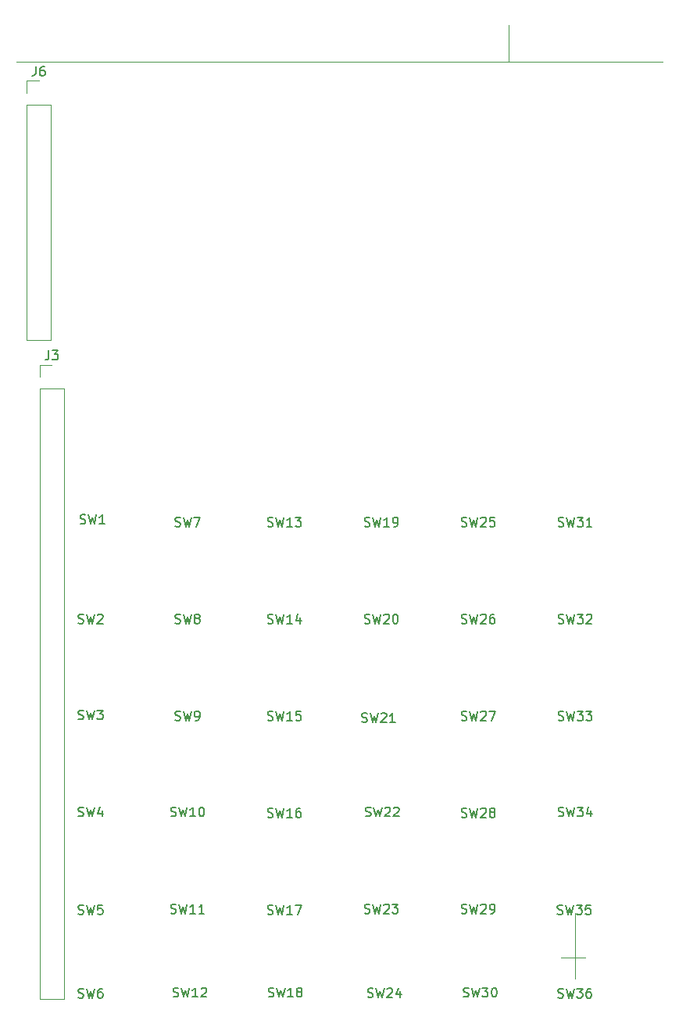
<source format=gbr>
G04 #@! TF.GenerationSoftware,KiCad,Pcbnew,5.1.5+dfsg1-2build2*
G04 #@! TF.CreationDate,2021-12-28T07:58:18+00:00*
G04 #@! TF.ProjectId,psion-org2-main,7073696f-6e2d-46f7-9267-322d6d61696e,rev?*
G04 #@! TF.SameCoordinates,Original*
G04 #@! TF.FileFunction,Legend,Top*
G04 #@! TF.FilePolarity,Positive*
%FSLAX46Y46*%
G04 Gerber Fmt 4.6, Leading zero omitted, Abs format (unit mm)*
G04 Created by KiCad (PCBNEW 5.1.5+dfsg1-2build2) date 2021-12-28 07:58:18*
%MOMM*%
%LPD*%
G04 APERTURE LIST*
%ADD10C,0.120000*%
%ADD11C,0.150000*%
G04 APERTURE END LIST*
D10*
X191600000Y-59700000D02*
X138300000Y-59700000D01*
X191600000Y-59700000D02*
X208300000Y-59700000D01*
X191600000Y-55700000D02*
X191600000Y-59700000D01*
X199900000Y-156700000D02*
X197300000Y-156700000D01*
X198800000Y-159000000D02*
X198800000Y-151900000D01*
X198800000Y-155100000D02*
X198800000Y-159000000D01*
X140770000Y-92530000D02*
X142100000Y-92530000D01*
X140770000Y-93860000D02*
X140770000Y-92530000D01*
X140770000Y-95130000D02*
X143430000Y-95130000D01*
X143430000Y-95130000D02*
X143430000Y-161230000D01*
X140770000Y-95130000D02*
X140770000Y-161230000D01*
X140770000Y-161230000D02*
X143430000Y-161230000D01*
X139370000Y-61770000D02*
X140700000Y-61770000D01*
X139370000Y-63100000D02*
X139370000Y-61770000D01*
X139370000Y-64370000D02*
X142030000Y-64370000D01*
X142030000Y-64370000D02*
X142030000Y-89830000D01*
X139370000Y-64370000D02*
X139370000Y-89830000D01*
X139370000Y-89830000D02*
X142030000Y-89830000D01*
D11*
X141766666Y-90982380D02*
X141766666Y-91696666D01*
X141719047Y-91839523D01*
X141623809Y-91934761D01*
X141480952Y-91982380D01*
X141385714Y-91982380D01*
X142147619Y-90982380D02*
X142766666Y-90982380D01*
X142433333Y-91363333D01*
X142576190Y-91363333D01*
X142671428Y-91410952D01*
X142719047Y-91458571D01*
X142766666Y-91553809D01*
X142766666Y-91791904D01*
X142719047Y-91887142D01*
X142671428Y-91934761D01*
X142576190Y-91982380D01*
X142290476Y-91982380D01*
X142195238Y-91934761D01*
X142147619Y-91887142D01*
X140366666Y-60222380D02*
X140366666Y-60936666D01*
X140319047Y-61079523D01*
X140223809Y-61174761D01*
X140080952Y-61222380D01*
X139985714Y-61222380D01*
X141271428Y-60222380D02*
X141080952Y-60222380D01*
X140985714Y-60270000D01*
X140938095Y-60317619D01*
X140842857Y-60460476D01*
X140795238Y-60650952D01*
X140795238Y-61031904D01*
X140842857Y-61127142D01*
X140890476Y-61174761D01*
X140985714Y-61222380D01*
X141176190Y-61222380D01*
X141271428Y-61174761D01*
X141319047Y-61127142D01*
X141366666Y-61031904D01*
X141366666Y-60793809D01*
X141319047Y-60698571D01*
X141271428Y-60650952D01*
X141176190Y-60603333D01*
X140985714Y-60603333D01*
X140890476Y-60650952D01*
X140842857Y-60698571D01*
X140795238Y-60793809D01*
X196990476Y-110004761D02*
X197133333Y-110052380D01*
X197371428Y-110052380D01*
X197466666Y-110004761D01*
X197514285Y-109957142D01*
X197561904Y-109861904D01*
X197561904Y-109766666D01*
X197514285Y-109671428D01*
X197466666Y-109623809D01*
X197371428Y-109576190D01*
X197180952Y-109528571D01*
X197085714Y-109480952D01*
X197038095Y-109433333D01*
X196990476Y-109338095D01*
X196990476Y-109242857D01*
X197038095Y-109147619D01*
X197085714Y-109100000D01*
X197180952Y-109052380D01*
X197419047Y-109052380D01*
X197561904Y-109100000D01*
X197895238Y-109052380D02*
X198133333Y-110052380D01*
X198323809Y-109338095D01*
X198514285Y-110052380D01*
X198752380Y-109052380D01*
X199038095Y-109052380D02*
X199657142Y-109052380D01*
X199323809Y-109433333D01*
X199466666Y-109433333D01*
X199561904Y-109480952D01*
X199609523Y-109528571D01*
X199657142Y-109623809D01*
X199657142Y-109861904D01*
X199609523Y-109957142D01*
X199561904Y-110004761D01*
X199466666Y-110052380D01*
X199180952Y-110052380D01*
X199085714Y-110004761D01*
X199038095Y-109957142D01*
X200609523Y-110052380D02*
X200038095Y-110052380D01*
X200323809Y-110052380D02*
X200323809Y-109052380D01*
X200228571Y-109195238D01*
X200133333Y-109290476D01*
X200038095Y-109338095D01*
X196940476Y-161054761D02*
X197083333Y-161102380D01*
X197321428Y-161102380D01*
X197416666Y-161054761D01*
X197464285Y-161007142D01*
X197511904Y-160911904D01*
X197511904Y-160816666D01*
X197464285Y-160721428D01*
X197416666Y-160673809D01*
X197321428Y-160626190D01*
X197130952Y-160578571D01*
X197035714Y-160530952D01*
X196988095Y-160483333D01*
X196940476Y-160388095D01*
X196940476Y-160292857D01*
X196988095Y-160197619D01*
X197035714Y-160150000D01*
X197130952Y-160102380D01*
X197369047Y-160102380D01*
X197511904Y-160150000D01*
X197845238Y-160102380D02*
X198083333Y-161102380D01*
X198273809Y-160388095D01*
X198464285Y-161102380D01*
X198702380Y-160102380D01*
X198988095Y-160102380D02*
X199607142Y-160102380D01*
X199273809Y-160483333D01*
X199416666Y-160483333D01*
X199511904Y-160530952D01*
X199559523Y-160578571D01*
X199607142Y-160673809D01*
X199607142Y-160911904D01*
X199559523Y-161007142D01*
X199511904Y-161054761D01*
X199416666Y-161102380D01*
X199130952Y-161102380D01*
X199035714Y-161054761D01*
X198988095Y-161007142D01*
X200464285Y-160102380D02*
X200273809Y-160102380D01*
X200178571Y-160150000D01*
X200130952Y-160197619D01*
X200035714Y-160340476D01*
X199988095Y-160530952D01*
X199988095Y-160911904D01*
X200035714Y-161007142D01*
X200083333Y-161054761D01*
X200178571Y-161102380D01*
X200369047Y-161102380D01*
X200464285Y-161054761D01*
X200511904Y-161007142D01*
X200559523Y-160911904D01*
X200559523Y-160673809D01*
X200511904Y-160578571D01*
X200464285Y-160530952D01*
X200369047Y-160483333D01*
X200178571Y-160483333D01*
X200083333Y-160530952D01*
X200035714Y-160578571D01*
X199988095Y-160673809D01*
X196890476Y-152004761D02*
X197033333Y-152052380D01*
X197271428Y-152052380D01*
X197366666Y-152004761D01*
X197414285Y-151957142D01*
X197461904Y-151861904D01*
X197461904Y-151766666D01*
X197414285Y-151671428D01*
X197366666Y-151623809D01*
X197271428Y-151576190D01*
X197080952Y-151528571D01*
X196985714Y-151480952D01*
X196938095Y-151433333D01*
X196890476Y-151338095D01*
X196890476Y-151242857D01*
X196938095Y-151147619D01*
X196985714Y-151100000D01*
X197080952Y-151052380D01*
X197319047Y-151052380D01*
X197461904Y-151100000D01*
X197795238Y-151052380D02*
X198033333Y-152052380D01*
X198223809Y-151338095D01*
X198414285Y-152052380D01*
X198652380Y-151052380D01*
X198938095Y-151052380D02*
X199557142Y-151052380D01*
X199223809Y-151433333D01*
X199366666Y-151433333D01*
X199461904Y-151480952D01*
X199509523Y-151528571D01*
X199557142Y-151623809D01*
X199557142Y-151861904D01*
X199509523Y-151957142D01*
X199461904Y-152004761D01*
X199366666Y-152052380D01*
X199080952Y-152052380D01*
X198985714Y-152004761D01*
X198938095Y-151957142D01*
X200461904Y-151052380D02*
X199985714Y-151052380D01*
X199938095Y-151528571D01*
X199985714Y-151480952D01*
X200080952Y-151433333D01*
X200319047Y-151433333D01*
X200414285Y-151480952D01*
X200461904Y-151528571D01*
X200509523Y-151623809D01*
X200509523Y-151861904D01*
X200461904Y-151957142D01*
X200414285Y-152004761D01*
X200319047Y-152052380D01*
X200080952Y-152052380D01*
X199985714Y-152004761D01*
X199938095Y-151957142D01*
X196990476Y-141404761D02*
X197133333Y-141452380D01*
X197371428Y-141452380D01*
X197466666Y-141404761D01*
X197514285Y-141357142D01*
X197561904Y-141261904D01*
X197561904Y-141166666D01*
X197514285Y-141071428D01*
X197466666Y-141023809D01*
X197371428Y-140976190D01*
X197180952Y-140928571D01*
X197085714Y-140880952D01*
X197038095Y-140833333D01*
X196990476Y-140738095D01*
X196990476Y-140642857D01*
X197038095Y-140547619D01*
X197085714Y-140500000D01*
X197180952Y-140452380D01*
X197419047Y-140452380D01*
X197561904Y-140500000D01*
X197895238Y-140452380D02*
X198133333Y-141452380D01*
X198323809Y-140738095D01*
X198514285Y-141452380D01*
X198752380Y-140452380D01*
X199038095Y-140452380D02*
X199657142Y-140452380D01*
X199323809Y-140833333D01*
X199466666Y-140833333D01*
X199561904Y-140880952D01*
X199609523Y-140928571D01*
X199657142Y-141023809D01*
X199657142Y-141261904D01*
X199609523Y-141357142D01*
X199561904Y-141404761D01*
X199466666Y-141452380D01*
X199180952Y-141452380D01*
X199085714Y-141404761D01*
X199038095Y-141357142D01*
X200514285Y-140785714D02*
X200514285Y-141452380D01*
X200276190Y-140404761D02*
X200038095Y-141119047D01*
X200657142Y-141119047D01*
X196990476Y-131004761D02*
X197133333Y-131052380D01*
X197371428Y-131052380D01*
X197466666Y-131004761D01*
X197514285Y-130957142D01*
X197561904Y-130861904D01*
X197561904Y-130766666D01*
X197514285Y-130671428D01*
X197466666Y-130623809D01*
X197371428Y-130576190D01*
X197180952Y-130528571D01*
X197085714Y-130480952D01*
X197038095Y-130433333D01*
X196990476Y-130338095D01*
X196990476Y-130242857D01*
X197038095Y-130147619D01*
X197085714Y-130100000D01*
X197180952Y-130052380D01*
X197419047Y-130052380D01*
X197561904Y-130100000D01*
X197895238Y-130052380D02*
X198133333Y-131052380D01*
X198323809Y-130338095D01*
X198514285Y-131052380D01*
X198752380Y-130052380D01*
X199038095Y-130052380D02*
X199657142Y-130052380D01*
X199323809Y-130433333D01*
X199466666Y-130433333D01*
X199561904Y-130480952D01*
X199609523Y-130528571D01*
X199657142Y-130623809D01*
X199657142Y-130861904D01*
X199609523Y-130957142D01*
X199561904Y-131004761D01*
X199466666Y-131052380D01*
X199180952Y-131052380D01*
X199085714Y-131004761D01*
X199038095Y-130957142D01*
X199990476Y-130052380D02*
X200609523Y-130052380D01*
X200276190Y-130433333D01*
X200419047Y-130433333D01*
X200514285Y-130480952D01*
X200561904Y-130528571D01*
X200609523Y-130623809D01*
X200609523Y-130861904D01*
X200561904Y-130957142D01*
X200514285Y-131004761D01*
X200419047Y-131052380D01*
X200133333Y-131052380D01*
X200038095Y-131004761D01*
X199990476Y-130957142D01*
X196990476Y-120504761D02*
X197133333Y-120552380D01*
X197371428Y-120552380D01*
X197466666Y-120504761D01*
X197514285Y-120457142D01*
X197561904Y-120361904D01*
X197561904Y-120266666D01*
X197514285Y-120171428D01*
X197466666Y-120123809D01*
X197371428Y-120076190D01*
X197180952Y-120028571D01*
X197085714Y-119980952D01*
X197038095Y-119933333D01*
X196990476Y-119838095D01*
X196990476Y-119742857D01*
X197038095Y-119647619D01*
X197085714Y-119600000D01*
X197180952Y-119552380D01*
X197419047Y-119552380D01*
X197561904Y-119600000D01*
X197895238Y-119552380D02*
X198133333Y-120552380D01*
X198323809Y-119838095D01*
X198514285Y-120552380D01*
X198752380Y-119552380D01*
X199038095Y-119552380D02*
X199657142Y-119552380D01*
X199323809Y-119933333D01*
X199466666Y-119933333D01*
X199561904Y-119980952D01*
X199609523Y-120028571D01*
X199657142Y-120123809D01*
X199657142Y-120361904D01*
X199609523Y-120457142D01*
X199561904Y-120504761D01*
X199466666Y-120552380D01*
X199180952Y-120552380D01*
X199085714Y-120504761D01*
X199038095Y-120457142D01*
X200038095Y-119647619D02*
X200085714Y-119600000D01*
X200180952Y-119552380D01*
X200419047Y-119552380D01*
X200514285Y-119600000D01*
X200561904Y-119647619D01*
X200609523Y-119742857D01*
X200609523Y-119838095D01*
X200561904Y-119980952D01*
X199990476Y-120552380D01*
X200609523Y-120552380D01*
X186690476Y-160954761D02*
X186833333Y-161002380D01*
X187071428Y-161002380D01*
X187166666Y-160954761D01*
X187214285Y-160907142D01*
X187261904Y-160811904D01*
X187261904Y-160716666D01*
X187214285Y-160621428D01*
X187166666Y-160573809D01*
X187071428Y-160526190D01*
X186880952Y-160478571D01*
X186785714Y-160430952D01*
X186738095Y-160383333D01*
X186690476Y-160288095D01*
X186690476Y-160192857D01*
X186738095Y-160097619D01*
X186785714Y-160050000D01*
X186880952Y-160002380D01*
X187119047Y-160002380D01*
X187261904Y-160050000D01*
X187595238Y-160002380D02*
X187833333Y-161002380D01*
X188023809Y-160288095D01*
X188214285Y-161002380D01*
X188452380Y-160002380D01*
X188738095Y-160002380D02*
X189357142Y-160002380D01*
X189023809Y-160383333D01*
X189166666Y-160383333D01*
X189261904Y-160430952D01*
X189309523Y-160478571D01*
X189357142Y-160573809D01*
X189357142Y-160811904D01*
X189309523Y-160907142D01*
X189261904Y-160954761D01*
X189166666Y-161002380D01*
X188880952Y-161002380D01*
X188785714Y-160954761D01*
X188738095Y-160907142D01*
X189976190Y-160002380D02*
X190071428Y-160002380D01*
X190166666Y-160050000D01*
X190214285Y-160097619D01*
X190261904Y-160192857D01*
X190309523Y-160383333D01*
X190309523Y-160621428D01*
X190261904Y-160811904D01*
X190214285Y-160907142D01*
X190166666Y-160954761D01*
X190071428Y-161002380D01*
X189976190Y-161002380D01*
X189880952Y-160954761D01*
X189833333Y-160907142D01*
X189785714Y-160811904D01*
X189738095Y-160621428D01*
X189738095Y-160383333D01*
X189785714Y-160192857D01*
X189833333Y-160097619D01*
X189880952Y-160050000D01*
X189976190Y-160002380D01*
X186490476Y-151904761D02*
X186633333Y-151952380D01*
X186871428Y-151952380D01*
X186966666Y-151904761D01*
X187014285Y-151857142D01*
X187061904Y-151761904D01*
X187061904Y-151666666D01*
X187014285Y-151571428D01*
X186966666Y-151523809D01*
X186871428Y-151476190D01*
X186680952Y-151428571D01*
X186585714Y-151380952D01*
X186538095Y-151333333D01*
X186490476Y-151238095D01*
X186490476Y-151142857D01*
X186538095Y-151047619D01*
X186585714Y-151000000D01*
X186680952Y-150952380D01*
X186919047Y-150952380D01*
X187061904Y-151000000D01*
X187395238Y-150952380D02*
X187633333Y-151952380D01*
X187823809Y-151238095D01*
X188014285Y-151952380D01*
X188252380Y-150952380D01*
X188585714Y-151047619D02*
X188633333Y-151000000D01*
X188728571Y-150952380D01*
X188966666Y-150952380D01*
X189061904Y-151000000D01*
X189109523Y-151047619D01*
X189157142Y-151142857D01*
X189157142Y-151238095D01*
X189109523Y-151380952D01*
X188538095Y-151952380D01*
X189157142Y-151952380D01*
X189633333Y-151952380D02*
X189823809Y-151952380D01*
X189919047Y-151904761D01*
X189966666Y-151857142D01*
X190061904Y-151714285D01*
X190109523Y-151523809D01*
X190109523Y-151142857D01*
X190061904Y-151047619D01*
X190014285Y-151000000D01*
X189919047Y-150952380D01*
X189728571Y-150952380D01*
X189633333Y-151000000D01*
X189585714Y-151047619D01*
X189538095Y-151142857D01*
X189538095Y-151380952D01*
X189585714Y-151476190D01*
X189633333Y-151523809D01*
X189728571Y-151571428D01*
X189919047Y-151571428D01*
X190014285Y-151523809D01*
X190061904Y-151476190D01*
X190109523Y-151380952D01*
X186490476Y-141504761D02*
X186633333Y-141552380D01*
X186871428Y-141552380D01*
X186966666Y-141504761D01*
X187014285Y-141457142D01*
X187061904Y-141361904D01*
X187061904Y-141266666D01*
X187014285Y-141171428D01*
X186966666Y-141123809D01*
X186871428Y-141076190D01*
X186680952Y-141028571D01*
X186585714Y-140980952D01*
X186538095Y-140933333D01*
X186490476Y-140838095D01*
X186490476Y-140742857D01*
X186538095Y-140647619D01*
X186585714Y-140600000D01*
X186680952Y-140552380D01*
X186919047Y-140552380D01*
X187061904Y-140600000D01*
X187395238Y-140552380D02*
X187633333Y-141552380D01*
X187823809Y-140838095D01*
X188014285Y-141552380D01*
X188252380Y-140552380D01*
X188585714Y-140647619D02*
X188633333Y-140600000D01*
X188728571Y-140552380D01*
X188966666Y-140552380D01*
X189061904Y-140600000D01*
X189109523Y-140647619D01*
X189157142Y-140742857D01*
X189157142Y-140838095D01*
X189109523Y-140980952D01*
X188538095Y-141552380D01*
X189157142Y-141552380D01*
X189728571Y-140980952D02*
X189633333Y-140933333D01*
X189585714Y-140885714D01*
X189538095Y-140790476D01*
X189538095Y-140742857D01*
X189585714Y-140647619D01*
X189633333Y-140600000D01*
X189728571Y-140552380D01*
X189919047Y-140552380D01*
X190014285Y-140600000D01*
X190061904Y-140647619D01*
X190109523Y-140742857D01*
X190109523Y-140790476D01*
X190061904Y-140885714D01*
X190014285Y-140933333D01*
X189919047Y-140980952D01*
X189728571Y-140980952D01*
X189633333Y-141028571D01*
X189585714Y-141076190D01*
X189538095Y-141171428D01*
X189538095Y-141361904D01*
X189585714Y-141457142D01*
X189633333Y-141504761D01*
X189728571Y-141552380D01*
X189919047Y-141552380D01*
X190014285Y-141504761D01*
X190061904Y-141457142D01*
X190109523Y-141361904D01*
X190109523Y-141171428D01*
X190061904Y-141076190D01*
X190014285Y-141028571D01*
X189919047Y-140980952D01*
X186490476Y-131004761D02*
X186633333Y-131052380D01*
X186871428Y-131052380D01*
X186966666Y-131004761D01*
X187014285Y-130957142D01*
X187061904Y-130861904D01*
X187061904Y-130766666D01*
X187014285Y-130671428D01*
X186966666Y-130623809D01*
X186871428Y-130576190D01*
X186680952Y-130528571D01*
X186585714Y-130480952D01*
X186538095Y-130433333D01*
X186490476Y-130338095D01*
X186490476Y-130242857D01*
X186538095Y-130147619D01*
X186585714Y-130100000D01*
X186680952Y-130052380D01*
X186919047Y-130052380D01*
X187061904Y-130100000D01*
X187395238Y-130052380D02*
X187633333Y-131052380D01*
X187823809Y-130338095D01*
X188014285Y-131052380D01*
X188252380Y-130052380D01*
X188585714Y-130147619D02*
X188633333Y-130100000D01*
X188728571Y-130052380D01*
X188966666Y-130052380D01*
X189061904Y-130100000D01*
X189109523Y-130147619D01*
X189157142Y-130242857D01*
X189157142Y-130338095D01*
X189109523Y-130480952D01*
X188538095Y-131052380D01*
X189157142Y-131052380D01*
X189490476Y-130052380D02*
X190157142Y-130052380D01*
X189728571Y-131052380D01*
X186490476Y-120504761D02*
X186633333Y-120552380D01*
X186871428Y-120552380D01*
X186966666Y-120504761D01*
X187014285Y-120457142D01*
X187061904Y-120361904D01*
X187061904Y-120266666D01*
X187014285Y-120171428D01*
X186966666Y-120123809D01*
X186871428Y-120076190D01*
X186680952Y-120028571D01*
X186585714Y-119980952D01*
X186538095Y-119933333D01*
X186490476Y-119838095D01*
X186490476Y-119742857D01*
X186538095Y-119647619D01*
X186585714Y-119600000D01*
X186680952Y-119552380D01*
X186919047Y-119552380D01*
X187061904Y-119600000D01*
X187395238Y-119552380D02*
X187633333Y-120552380D01*
X187823809Y-119838095D01*
X188014285Y-120552380D01*
X188252380Y-119552380D01*
X188585714Y-119647619D02*
X188633333Y-119600000D01*
X188728571Y-119552380D01*
X188966666Y-119552380D01*
X189061904Y-119600000D01*
X189109523Y-119647619D01*
X189157142Y-119742857D01*
X189157142Y-119838095D01*
X189109523Y-119980952D01*
X188538095Y-120552380D01*
X189157142Y-120552380D01*
X190014285Y-119552380D02*
X189823809Y-119552380D01*
X189728571Y-119600000D01*
X189680952Y-119647619D01*
X189585714Y-119790476D01*
X189538095Y-119980952D01*
X189538095Y-120361904D01*
X189585714Y-120457142D01*
X189633333Y-120504761D01*
X189728571Y-120552380D01*
X189919047Y-120552380D01*
X190014285Y-120504761D01*
X190061904Y-120457142D01*
X190109523Y-120361904D01*
X190109523Y-120123809D01*
X190061904Y-120028571D01*
X190014285Y-119980952D01*
X189919047Y-119933333D01*
X189728571Y-119933333D01*
X189633333Y-119980952D01*
X189585714Y-120028571D01*
X189538095Y-120123809D01*
X186490476Y-110004761D02*
X186633333Y-110052380D01*
X186871428Y-110052380D01*
X186966666Y-110004761D01*
X187014285Y-109957142D01*
X187061904Y-109861904D01*
X187061904Y-109766666D01*
X187014285Y-109671428D01*
X186966666Y-109623809D01*
X186871428Y-109576190D01*
X186680952Y-109528571D01*
X186585714Y-109480952D01*
X186538095Y-109433333D01*
X186490476Y-109338095D01*
X186490476Y-109242857D01*
X186538095Y-109147619D01*
X186585714Y-109100000D01*
X186680952Y-109052380D01*
X186919047Y-109052380D01*
X187061904Y-109100000D01*
X187395238Y-109052380D02*
X187633333Y-110052380D01*
X187823809Y-109338095D01*
X188014285Y-110052380D01*
X188252380Y-109052380D01*
X188585714Y-109147619D02*
X188633333Y-109100000D01*
X188728571Y-109052380D01*
X188966666Y-109052380D01*
X189061904Y-109100000D01*
X189109523Y-109147619D01*
X189157142Y-109242857D01*
X189157142Y-109338095D01*
X189109523Y-109480952D01*
X188538095Y-110052380D01*
X189157142Y-110052380D01*
X190061904Y-109052380D02*
X189585714Y-109052380D01*
X189538095Y-109528571D01*
X189585714Y-109480952D01*
X189680952Y-109433333D01*
X189919047Y-109433333D01*
X190014285Y-109480952D01*
X190061904Y-109528571D01*
X190109523Y-109623809D01*
X190109523Y-109861904D01*
X190061904Y-109957142D01*
X190014285Y-110004761D01*
X189919047Y-110052380D01*
X189680952Y-110052380D01*
X189585714Y-110004761D01*
X189538095Y-109957142D01*
X176340476Y-161004761D02*
X176483333Y-161052380D01*
X176721428Y-161052380D01*
X176816666Y-161004761D01*
X176864285Y-160957142D01*
X176911904Y-160861904D01*
X176911904Y-160766666D01*
X176864285Y-160671428D01*
X176816666Y-160623809D01*
X176721428Y-160576190D01*
X176530952Y-160528571D01*
X176435714Y-160480952D01*
X176388095Y-160433333D01*
X176340476Y-160338095D01*
X176340476Y-160242857D01*
X176388095Y-160147619D01*
X176435714Y-160100000D01*
X176530952Y-160052380D01*
X176769047Y-160052380D01*
X176911904Y-160100000D01*
X177245238Y-160052380D02*
X177483333Y-161052380D01*
X177673809Y-160338095D01*
X177864285Y-161052380D01*
X178102380Y-160052380D01*
X178435714Y-160147619D02*
X178483333Y-160100000D01*
X178578571Y-160052380D01*
X178816666Y-160052380D01*
X178911904Y-160100000D01*
X178959523Y-160147619D01*
X179007142Y-160242857D01*
X179007142Y-160338095D01*
X178959523Y-160480952D01*
X178388095Y-161052380D01*
X179007142Y-161052380D01*
X179864285Y-160385714D02*
X179864285Y-161052380D01*
X179626190Y-160004761D02*
X179388095Y-160719047D01*
X180007142Y-160719047D01*
X175990476Y-151904761D02*
X176133333Y-151952380D01*
X176371428Y-151952380D01*
X176466666Y-151904761D01*
X176514285Y-151857142D01*
X176561904Y-151761904D01*
X176561904Y-151666666D01*
X176514285Y-151571428D01*
X176466666Y-151523809D01*
X176371428Y-151476190D01*
X176180952Y-151428571D01*
X176085714Y-151380952D01*
X176038095Y-151333333D01*
X175990476Y-151238095D01*
X175990476Y-151142857D01*
X176038095Y-151047619D01*
X176085714Y-151000000D01*
X176180952Y-150952380D01*
X176419047Y-150952380D01*
X176561904Y-151000000D01*
X176895238Y-150952380D02*
X177133333Y-151952380D01*
X177323809Y-151238095D01*
X177514285Y-151952380D01*
X177752380Y-150952380D01*
X178085714Y-151047619D02*
X178133333Y-151000000D01*
X178228571Y-150952380D01*
X178466666Y-150952380D01*
X178561904Y-151000000D01*
X178609523Y-151047619D01*
X178657142Y-151142857D01*
X178657142Y-151238095D01*
X178609523Y-151380952D01*
X178038095Y-151952380D01*
X178657142Y-151952380D01*
X178990476Y-150952380D02*
X179609523Y-150952380D01*
X179276190Y-151333333D01*
X179419047Y-151333333D01*
X179514285Y-151380952D01*
X179561904Y-151428571D01*
X179609523Y-151523809D01*
X179609523Y-151761904D01*
X179561904Y-151857142D01*
X179514285Y-151904761D01*
X179419047Y-151952380D01*
X179133333Y-151952380D01*
X179038095Y-151904761D01*
X178990476Y-151857142D01*
X176090476Y-141404761D02*
X176233333Y-141452380D01*
X176471428Y-141452380D01*
X176566666Y-141404761D01*
X176614285Y-141357142D01*
X176661904Y-141261904D01*
X176661904Y-141166666D01*
X176614285Y-141071428D01*
X176566666Y-141023809D01*
X176471428Y-140976190D01*
X176280952Y-140928571D01*
X176185714Y-140880952D01*
X176138095Y-140833333D01*
X176090476Y-140738095D01*
X176090476Y-140642857D01*
X176138095Y-140547619D01*
X176185714Y-140500000D01*
X176280952Y-140452380D01*
X176519047Y-140452380D01*
X176661904Y-140500000D01*
X176995238Y-140452380D02*
X177233333Y-141452380D01*
X177423809Y-140738095D01*
X177614285Y-141452380D01*
X177852380Y-140452380D01*
X178185714Y-140547619D02*
X178233333Y-140500000D01*
X178328571Y-140452380D01*
X178566666Y-140452380D01*
X178661904Y-140500000D01*
X178709523Y-140547619D01*
X178757142Y-140642857D01*
X178757142Y-140738095D01*
X178709523Y-140880952D01*
X178138095Y-141452380D01*
X178757142Y-141452380D01*
X179138095Y-140547619D02*
X179185714Y-140500000D01*
X179280952Y-140452380D01*
X179519047Y-140452380D01*
X179614285Y-140500000D01*
X179661904Y-140547619D01*
X179709523Y-140642857D01*
X179709523Y-140738095D01*
X179661904Y-140880952D01*
X179090476Y-141452380D01*
X179709523Y-141452380D01*
X175690476Y-131204761D02*
X175833333Y-131252380D01*
X176071428Y-131252380D01*
X176166666Y-131204761D01*
X176214285Y-131157142D01*
X176261904Y-131061904D01*
X176261904Y-130966666D01*
X176214285Y-130871428D01*
X176166666Y-130823809D01*
X176071428Y-130776190D01*
X175880952Y-130728571D01*
X175785714Y-130680952D01*
X175738095Y-130633333D01*
X175690476Y-130538095D01*
X175690476Y-130442857D01*
X175738095Y-130347619D01*
X175785714Y-130300000D01*
X175880952Y-130252380D01*
X176119047Y-130252380D01*
X176261904Y-130300000D01*
X176595238Y-130252380D02*
X176833333Y-131252380D01*
X177023809Y-130538095D01*
X177214285Y-131252380D01*
X177452380Y-130252380D01*
X177785714Y-130347619D02*
X177833333Y-130300000D01*
X177928571Y-130252380D01*
X178166666Y-130252380D01*
X178261904Y-130300000D01*
X178309523Y-130347619D01*
X178357142Y-130442857D01*
X178357142Y-130538095D01*
X178309523Y-130680952D01*
X177738095Y-131252380D01*
X178357142Y-131252380D01*
X179309523Y-131252380D02*
X178738095Y-131252380D01*
X179023809Y-131252380D02*
X179023809Y-130252380D01*
X178928571Y-130395238D01*
X178833333Y-130490476D01*
X178738095Y-130538095D01*
X175990476Y-120504761D02*
X176133333Y-120552380D01*
X176371428Y-120552380D01*
X176466666Y-120504761D01*
X176514285Y-120457142D01*
X176561904Y-120361904D01*
X176561904Y-120266666D01*
X176514285Y-120171428D01*
X176466666Y-120123809D01*
X176371428Y-120076190D01*
X176180952Y-120028571D01*
X176085714Y-119980952D01*
X176038095Y-119933333D01*
X175990476Y-119838095D01*
X175990476Y-119742857D01*
X176038095Y-119647619D01*
X176085714Y-119600000D01*
X176180952Y-119552380D01*
X176419047Y-119552380D01*
X176561904Y-119600000D01*
X176895238Y-119552380D02*
X177133333Y-120552380D01*
X177323809Y-119838095D01*
X177514285Y-120552380D01*
X177752380Y-119552380D01*
X178085714Y-119647619D02*
X178133333Y-119600000D01*
X178228571Y-119552380D01*
X178466666Y-119552380D01*
X178561904Y-119600000D01*
X178609523Y-119647619D01*
X178657142Y-119742857D01*
X178657142Y-119838095D01*
X178609523Y-119980952D01*
X178038095Y-120552380D01*
X178657142Y-120552380D01*
X179276190Y-119552380D02*
X179371428Y-119552380D01*
X179466666Y-119600000D01*
X179514285Y-119647619D01*
X179561904Y-119742857D01*
X179609523Y-119933333D01*
X179609523Y-120171428D01*
X179561904Y-120361904D01*
X179514285Y-120457142D01*
X179466666Y-120504761D01*
X179371428Y-120552380D01*
X179276190Y-120552380D01*
X179180952Y-120504761D01*
X179133333Y-120457142D01*
X179085714Y-120361904D01*
X179038095Y-120171428D01*
X179038095Y-119933333D01*
X179085714Y-119742857D01*
X179133333Y-119647619D01*
X179180952Y-119600000D01*
X179276190Y-119552380D01*
X175990476Y-110004761D02*
X176133333Y-110052380D01*
X176371428Y-110052380D01*
X176466666Y-110004761D01*
X176514285Y-109957142D01*
X176561904Y-109861904D01*
X176561904Y-109766666D01*
X176514285Y-109671428D01*
X176466666Y-109623809D01*
X176371428Y-109576190D01*
X176180952Y-109528571D01*
X176085714Y-109480952D01*
X176038095Y-109433333D01*
X175990476Y-109338095D01*
X175990476Y-109242857D01*
X176038095Y-109147619D01*
X176085714Y-109100000D01*
X176180952Y-109052380D01*
X176419047Y-109052380D01*
X176561904Y-109100000D01*
X176895238Y-109052380D02*
X177133333Y-110052380D01*
X177323809Y-109338095D01*
X177514285Y-110052380D01*
X177752380Y-109052380D01*
X178657142Y-110052380D02*
X178085714Y-110052380D01*
X178371428Y-110052380D02*
X178371428Y-109052380D01*
X178276190Y-109195238D01*
X178180952Y-109290476D01*
X178085714Y-109338095D01*
X179133333Y-110052380D02*
X179323809Y-110052380D01*
X179419047Y-110004761D01*
X179466666Y-109957142D01*
X179561904Y-109814285D01*
X179609523Y-109623809D01*
X179609523Y-109242857D01*
X179561904Y-109147619D01*
X179514285Y-109100000D01*
X179419047Y-109052380D01*
X179228571Y-109052380D01*
X179133333Y-109100000D01*
X179085714Y-109147619D01*
X179038095Y-109242857D01*
X179038095Y-109480952D01*
X179085714Y-109576190D01*
X179133333Y-109623809D01*
X179228571Y-109671428D01*
X179419047Y-109671428D01*
X179514285Y-109623809D01*
X179561904Y-109576190D01*
X179609523Y-109480952D01*
X165590476Y-160954761D02*
X165733333Y-161002380D01*
X165971428Y-161002380D01*
X166066666Y-160954761D01*
X166114285Y-160907142D01*
X166161904Y-160811904D01*
X166161904Y-160716666D01*
X166114285Y-160621428D01*
X166066666Y-160573809D01*
X165971428Y-160526190D01*
X165780952Y-160478571D01*
X165685714Y-160430952D01*
X165638095Y-160383333D01*
X165590476Y-160288095D01*
X165590476Y-160192857D01*
X165638095Y-160097619D01*
X165685714Y-160050000D01*
X165780952Y-160002380D01*
X166019047Y-160002380D01*
X166161904Y-160050000D01*
X166495238Y-160002380D02*
X166733333Y-161002380D01*
X166923809Y-160288095D01*
X167114285Y-161002380D01*
X167352380Y-160002380D01*
X168257142Y-161002380D02*
X167685714Y-161002380D01*
X167971428Y-161002380D02*
X167971428Y-160002380D01*
X167876190Y-160145238D01*
X167780952Y-160240476D01*
X167685714Y-160288095D01*
X168828571Y-160430952D02*
X168733333Y-160383333D01*
X168685714Y-160335714D01*
X168638095Y-160240476D01*
X168638095Y-160192857D01*
X168685714Y-160097619D01*
X168733333Y-160050000D01*
X168828571Y-160002380D01*
X169019047Y-160002380D01*
X169114285Y-160050000D01*
X169161904Y-160097619D01*
X169209523Y-160192857D01*
X169209523Y-160240476D01*
X169161904Y-160335714D01*
X169114285Y-160383333D01*
X169019047Y-160430952D01*
X168828571Y-160430952D01*
X168733333Y-160478571D01*
X168685714Y-160526190D01*
X168638095Y-160621428D01*
X168638095Y-160811904D01*
X168685714Y-160907142D01*
X168733333Y-160954761D01*
X168828571Y-161002380D01*
X169019047Y-161002380D01*
X169114285Y-160954761D01*
X169161904Y-160907142D01*
X169209523Y-160811904D01*
X169209523Y-160621428D01*
X169161904Y-160526190D01*
X169114285Y-160478571D01*
X169019047Y-160430952D01*
X165490476Y-152004761D02*
X165633333Y-152052380D01*
X165871428Y-152052380D01*
X165966666Y-152004761D01*
X166014285Y-151957142D01*
X166061904Y-151861904D01*
X166061904Y-151766666D01*
X166014285Y-151671428D01*
X165966666Y-151623809D01*
X165871428Y-151576190D01*
X165680952Y-151528571D01*
X165585714Y-151480952D01*
X165538095Y-151433333D01*
X165490476Y-151338095D01*
X165490476Y-151242857D01*
X165538095Y-151147619D01*
X165585714Y-151100000D01*
X165680952Y-151052380D01*
X165919047Y-151052380D01*
X166061904Y-151100000D01*
X166395238Y-151052380D02*
X166633333Y-152052380D01*
X166823809Y-151338095D01*
X167014285Y-152052380D01*
X167252380Y-151052380D01*
X168157142Y-152052380D02*
X167585714Y-152052380D01*
X167871428Y-152052380D02*
X167871428Y-151052380D01*
X167776190Y-151195238D01*
X167680952Y-151290476D01*
X167585714Y-151338095D01*
X168490476Y-151052380D02*
X169157142Y-151052380D01*
X168728571Y-152052380D01*
X165490476Y-141504761D02*
X165633333Y-141552380D01*
X165871428Y-141552380D01*
X165966666Y-141504761D01*
X166014285Y-141457142D01*
X166061904Y-141361904D01*
X166061904Y-141266666D01*
X166014285Y-141171428D01*
X165966666Y-141123809D01*
X165871428Y-141076190D01*
X165680952Y-141028571D01*
X165585714Y-140980952D01*
X165538095Y-140933333D01*
X165490476Y-140838095D01*
X165490476Y-140742857D01*
X165538095Y-140647619D01*
X165585714Y-140600000D01*
X165680952Y-140552380D01*
X165919047Y-140552380D01*
X166061904Y-140600000D01*
X166395238Y-140552380D02*
X166633333Y-141552380D01*
X166823809Y-140838095D01*
X167014285Y-141552380D01*
X167252380Y-140552380D01*
X168157142Y-141552380D02*
X167585714Y-141552380D01*
X167871428Y-141552380D02*
X167871428Y-140552380D01*
X167776190Y-140695238D01*
X167680952Y-140790476D01*
X167585714Y-140838095D01*
X169014285Y-140552380D02*
X168823809Y-140552380D01*
X168728571Y-140600000D01*
X168680952Y-140647619D01*
X168585714Y-140790476D01*
X168538095Y-140980952D01*
X168538095Y-141361904D01*
X168585714Y-141457142D01*
X168633333Y-141504761D01*
X168728571Y-141552380D01*
X168919047Y-141552380D01*
X169014285Y-141504761D01*
X169061904Y-141457142D01*
X169109523Y-141361904D01*
X169109523Y-141123809D01*
X169061904Y-141028571D01*
X169014285Y-140980952D01*
X168919047Y-140933333D01*
X168728571Y-140933333D01*
X168633333Y-140980952D01*
X168585714Y-141028571D01*
X168538095Y-141123809D01*
X165490476Y-131004761D02*
X165633333Y-131052380D01*
X165871428Y-131052380D01*
X165966666Y-131004761D01*
X166014285Y-130957142D01*
X166061904Y-130861904D01*
X166061904Y-130766666D01*
X166014285Y-130671428D01*
X165966666Y-130623809D01*
X165871428Y-130576190D01*
X165680952Y-130528571D01*
X165585714Y-130480952D01*
X165538095Y-130433333D01*
X165490476Y-130338095D01*
X165490476Y-130242857D01*
X165538095Y-130147619D01*
X165585714Y-130100000D01*
X165680952Y-130052380D01*
X165919047Y-130052380D01*
X166061904Y-130100000D01*
X166395238Y-130052380D02*
X166633333Y-131052380D01*
X166823809Y-130338095D01*
X167014285Y-131052380D01*
X167252380Y-130052380D01*
X168157142Y-131052380D02*
X167585714Y-131052380D01*
X167871428Y-131052380D02*
X167871428Y-130052380D01*
X167776190Y-130195238D01*
X167680952Y-130290476D01*
X167585714Y-130338095D01*
X169061904Y-130052380D02*
X168585714Y-130052380D01*
X168538095Y-130528571D01*
X168585714Y-130480952D01*
X168680952Y-130433333D01*
X168919047Y-130433333D01*
X169014285Y-130480952D01*
X169061904Y-130528571D01*
X169109523Y-130623809D01*
X169109523Y-130861904D01*
X169061904Y-130957142D01*
X169014285Y-131004761D01*
X168919047Y-131052380D01*
X168680952Y-131052380D01*
X168585714Y-131004761D01*
X168538095Y-130957142D01*
X165490476Y-120504761D02*
X165633333Y-120552380D01*
X165871428Y-120552380D01*
X165966666Y-120504761D01*
X166014285Y-120457142D01*
X166061904Y-120361904D01*
X166061904Y-120266666D01*
X166014285Y-120171428D01*
X165966666Y-120123809D01*
X165871428Y-120076190D01*
X165680952Y-120028571D01*
X165585714Y-119980952D01*
X165538095Y-119933333D01*
X165490476Y-119838095D01*
X165490476Y-119742857D01*
X165538095Y-119647619D01*
X165585714Y-119600000D01*
X165680952Y-119552380D01*
X165919047Y-119552380D01*
X166061904Y-119600000D01*
X166395238Y-119552380D02*
X166633333Y-120552380D01*
X166823809Y-119838095D01*
X167014285Y-120552380D01*
X167252380Y-119552380D01*
X168157142Y-120552380D02*
X167585714Y-120552380D01*
X167871428Y-120552380D02*
X167871428Y-119552380D01*
X167776190Y-119695238D01*
X167680952Y-119790476D01*
X167585714Y-119838095D01*
X169014285Y-119885714D02*
X169014285Y-120552380D01*
X168776190Y-119504761D02*
X168538095Y-120219047D01*
X169157142Y-120219047D01*
X165490476Y-110004761D02*
X165633333Y-110052380D01*
X165871428Y-110052380D01*
X165966666Y-110004761D01*
X166014285Y-109957142D01*
X166061904Y-109861904D01*
X166061904Y-109766666D01*
X166014285Y-109671428D01*
X165966666Y-109623809D01*
X165871428Y-109576190D01*
X165680952Y-109528571D01*
X165585714Y-109480952D01*
X165538095Y-109433333D01*
X165490476Y-109338095D01*
X165490476Y-109242857D01*
X165538095Y-109147619D01*
X165585714Y-109100000D01*
X165680952Y-109052380D01*
X165919047Y-109052380D01*
X166061904Y-109100000D01*
X166395238Y-109052380D02*
X166633333Y-110052380D01*
X166823809Y-109338095D01*
X167014285Y-110052380D01*
X167252380Y-109052380D01*
X168157142Y-110052380D02*
X167585714Y-110052380D01*
X167871428Y-110052380D02*
X167871428Y-109052380D01*
X167776190Y-109195238D01*
X167680952Y-109290476D01*
X167585714Y-109338095D01*
X168490476Y-109052380D02*
X169109523Y-109052380D01*
X168776190Y-109433333D01*
X168919047Y-109433333D01*
X169014285Y-109480952D01*
X169061904Y-109528571D01*
X169109523Y-109623809D01*
X169109523Y-109861904D01*
X169061904Y-109957142D01*
X169014285Y-110004761D01*
X168919047Y-110052380D01*
X168633333Y-110052380D01*
X168538095Y-110004761D01*
X168490476Y-109957142D01*
X155240476Y-160954761D02*
X155383333Y-161002380D01*
X155621428Y-161002380D01*
X155716666Y-160954761D01*
X155764285Y-160907142D01*
X155811904Y-160811904D01*
X155811904Y-160716666D01*
X155764285Y-160621428D01*
X155716666Y-160573809D01*
X155621428Y-160526190D01*
X155430952Y-160478571D01*
X155335714Y-160430952D01*
X155288095Y-160383333D01*
X155240476Y-160288095D01*
X155240476Y-160192857D01*
X155288095Y-160097619D01*
X155335714Y-160050000D01*
X155430952Y-160002380D01*
X155669047Y-160002380D01*
X155811904Y-160050000D01*
X156145238Y-160002380D02*
X156383333Y-161002380D01*
X156573809Y-160288095D01*
X156764285Y-161002380D01*
X157002380Y-160002380D01*
X157907142Y-161002380D02*
X157335714Y-161002380D01*
X157621428Y-161002380D02*
X157621428Y-160002380D01*
X157526190Y-160145238D01*
X157430952Y-160240476D01*
X157335714Y-160288095D01*
X158288095Y-160097619D02*
X158335714Y-160050000D01*
X158430952Y-160002380D01*
X158669047Y-160002380D01*
X158764285Y-160050000D01*
X158811904Y-160097619D01*
X158859523Y-160192857D01*
X158859523Y-160288095D01*
X158811904Y-160430952D01*
X158240476Y-161002380D01*
X158859523Y-161002380D01*
X154990476Y-151904761D02*
X155133333Y-151952380D01*
X155371428Y-151952380D01*
X155466666Y-151904761D01*
X155514285Y-151857142D01*
X155561904Y-151761904D01*
X155561904Y-151666666D01*
X155514285Y-151571428D01*
X155466666Y-151523809D01*
X155371428Y-151476190D01*
X155180952Y-151428571D01*
X155085714Y-151380952D01*
X155038095Y-151333333D01*
X154990476Y-151238095D01*
X154990476Y-151142857D01*
X155038095Y-151047619D01*
X155085714Y-151000000D01*
X155180952Y-150952380D01*
X155419047Y-150952380D01*
X155561904Y-151000000D01*
X155895238Y-150952380D02*
X156133333Y-151952380D01*
X156323809Y-151238095D01*
X156514285Y-151952380D01*
X156752380Y-150952380D01*
X157657142Y-151952380D02*
X157085714Y-151952380D01*
X157371428Y-151952380D02*
X157371428Y-150952380D01*
X157276190Y-151095238D01*
X157180952Y-151190476D01*
X157085714Y-151238095D01*
X158609523Y-151952380D02*
X158038095Y-151952380D01*
X158323809Y-151952380D02*
X158323809Y-150952380D01*
X158228571Y-151095238D01*
X158133333Y-151190476D01*
X158038095Y-151238095D01*
X154990476Y-141404761D02*
X155133333Y-141452380D01*
X155371428Y-141452380D01*
X155466666Y-141404761D01*
X155514285Y-141357142D01*
X155561904Y-141261904D01*
X155561904Y-141166666D01*
X155514285Y-141071428D01*
X155466666Y-141023809D01*
X155371428Y-140976190D01*
X155180952Y-140928571D01*
X155085714Y-140880952D01*
X155038095Y-140833333D01*
X154990476Y-140738095D01*
X154990476Y-140642857D01*
X155038095Y-140547619D01*
X155085714Y-140500000D01*
X155180952Y-140452380D01*
X155419047Y-140452380D01*
X155561904Y-140500000D01*
X155895238Y-140452380D02*
X156133333Y-141452380D01*
X156323809Y-140738095D01*
X156514285Y-141452380D01*
X156752380Y-140452380D01*
X157657142Y-141452380D02*
X157085714Y-141452380D01*
X157371428Y-141452380D02*
X157371428Y-140452380D01*
X157276190Y-140595238D01*
X157180952Y-140690476D01*
X157085714Y-140738095D01*
X158276190Y-140452380D02*
X158371428Y-140452380D01*
X158466666Y-140500000D01*
X158514285Y-140547619D01*
X158561904Y-140642857D01*
X158609523Y-140833333D01*
X158609523Y-141071428D01*
X158561904Y-141261904D01*
X158514285Y-141357142D01*
X158466666Y-141404761D01*
X158371428Y-141452380D01*
X158276190Y-141452380D01*
X158180952Y-141404761D01*
X158133333Y-141357142D01*
X158085714Y-141261904D01*
X158038095Y-141071428D01*
X158038095Y-140833333D01*
X158085714Y-140642857D01*
X158133333Y-140547619D01*
X158180952Y-140500000D01*
X158276190Y-140452380D01*
X155466666Y-131004761D02*
X155609523Y-131052380D01*
X155847619Y-131052380D01*
X155942857Y-131004761D01*
X155990476Y-130957142D01*
X156038095Y-130861904D01*
X156038095Y-130766666D01*
X155990476Y-130671428D01*
X155942857Y-130623809D01*
X155847619Y-130576190D01*
X155657142Y-130528571D01*
X155561904Y-130480952D01*
X155514285Y-130433333D01*
X155466666Y-130338095D01*
X155466666Y-130242857D01*
X155514285Y-130147619D01*
X155561904Y-130100000D01*
X155657142Y-130052380D01*
X155895238Y-130052380D01*
X156038095Y-130100000D01*
X156371428Y-130052380D02*
X156609523Y-131052380D01*
X156800000Y-130338095D01*
X156990476Y-131052380D01*
X157228571Y-130052380D01*
X157657142Y-131052380D02*
X157847619Y-131052380D01*
X157942857Y-131004761D01*
X157990476Y-130957142D01*
X158085714Y-130814285D01*
X158133333Y-130623809D01*
X158133333Y-130242857D01*
X158085714Y-130147619D01*
X158038095Y-130100000D01*
X157942857Y-130052380D01*
X157752380Y-130052380D01*
X157657142Y-130100000D01*
X157609523Y-130147619D01*
X157561904Y-130242857D01*
X157561904Y-130480952D01*
X157609523Y-130576190D01*
X157657142Y-130623809D01*
X157752380Y-130671428D01*
X157942857Y-130671428D01*
X158038095Y-130623809D01*
X158085714Y-130576190D01*
X158133333Y-130480952D01*
X155466666Y-120504761D02*
X155609523Y-120552380D01*
X155847619Y-120552380D01*
X155942857Y-120504761D01*
X155990476Y-120457142D01*
X156038095Y-120361904D01*
X156038095Y-120266666D01*
X155990476Y-120171428D01*
X155942857Y-120123809D01*
X155847619Y-120076190D01*
X155657142Y-120028571D01*
X155561904Y-119980952D01*
X155514285Y-119933333D01*
X155466666Y-119838095D01*
X155466666Y-119742857D01*
X155514285Y-119647619D01*
X155561904Y-119600000D01*
X155657142Y-119552380D01*
X155895238Y-119552380D01*
X156038095Y-119600000D01*
X156371428Y-119552380D02*
X156609523Y-120552380D01*
X156800000Y-119838095D01*
X156990476Y-120552380D01*
X157228571Y-119552380D01*
X157752380Y-119980952D02*
X157657142Y-119933333D01*
X157609523Y-119885714D01*
X157561904Y-119790476D01*
X157561904Y-119742857D01*
X157609523Y-119647619D01*
X157657142Y-119600000D01*
X157752380Y-119552380D01*
X157942857Y-119552380D01*
X158038095Y-119600000D01*
X158085714Y-119647619D01*
X158133333Y-119742857D01*
X158133333Y-119790476D01*
X158085714Y-119885714D01*
X158038095Y-119933333D01*
X157942857Y-119980952D01*
X157752380Y-119980952D01*
X157657142Y-120028571D01*
X157609523Y-120076190D01*
X157561904Y-120171428D01*
X157561904Y-120361904D01*
X157609523Y-120457142D01*
X157657142Y-120504761D01*
X157752380Y-120552380D01*
X157942857Y-120552380D01*
X158038095Y-120504761D01*
X158085714Y-120457142D01*
X158133333Y-120361904D01*
X158133333Y-120171428D01*
X158085714Y-120076190D01*
X158038095Y-120028571D01*
X157942857Y-119980952D01*
X155466666Y-110004761D02*
X155609523Y-110052380D01*
X155847619Y-110052380D01*
X155942857Y-110004761D01*
X155990476Y-109957142D01*
X156038095Y-109861904D01*
X156038095Y-109766666D01*
X155990476Y-109671428D01*
X155942857Y-109623809D01*
X155847619Y-109576190D01*
X155657142Y-109528571D01*
X155561904Y-109480952D01*
X155514285Y-109433333D01*
X155466666Y-109338095D01*
X155466666Y-109242857D01*
X155514285Y-109147619D01*
X155561904Y-109100000D01*
X155657142Y-109052380D01*
X155895238Y-109052380D01*
X156038095Y-109100000D01*
X156371428Y-109052380D02*
X156609523Y-110052380D01*
X156800000Y-109338095D01*
X156990476Y-110052380D01*
X157228571Y-109052380D01*
X157514285Y-109052380D02*
X158180952Y-109052380D01*
X157752380Y-110052380D01*
X144966666Y-161054761D02*
X145109523Y-161102380D01*
X145347619Y-161102380D01*
X145442857Y-161054761D01*
X145490476Y-161007142D01*
X145538095Y-160911904D01*
X145538095Y-160816666D01*
X145490476Y-160721428D01*
X145442857Y-160673809D01*
X145347619Y-160626190D01*
X145157142Y-160578571D01*
X145061904Y-160530952D01*
X145014285Y-160483333D01*
X144966666Y-160388095D01*
X144966666Y-160292857D01*
X145014285Y-160197619D01*
X145061904Y-160150000D01*
X145157142Y-160102380D01*
X145395238Y-160102380D01*
X145538095Y-160150000D01*
X145871428Y-160102380D02*
X146109523Y-161102380D01*
X146300000Y-160388095D01*
X146490476Y-161102380D01*
X146728571Y-160102380D01*
X147538095Y-160102380D02*
X147347619Y-160102380D01*
X147252380Y-160150000D01*
X147204761Y-160197619D01*
X147109523Y-160340476D01*
X147061904Y-160530952D01*
X147061904Y-160911904D01*
X147109523Y-161007142D01*
X147157142Y-161054761D01*
X147252380Y-161102380D01*
X147442857Y-161102380D01*
X147538095Y-161054761D01*
X147585714Y-161007142D01*
X147633333Y-160911904D01*
X147633333Y-160673809D01*
X147585714Y-160578571D01*
X147538095Y-160530952D01*
X147442857Y-160483333D01*
X147252380Y-160483333D01*
X147157142Y-160530952D01*
X147109523Y-160578571D01*
X147061904Y-160673809D01*
X144966666Y-152004761D02*
X145109523Y-152052380D01*
X145347619Y-152052380D01*
X145442857Y-152004761D01*
X145490476Y-151957142D01*
X145538095Y-151861904D01*
X145538095Y-151766666D01*
X145490476Y-151671428D01*
X145442857Y-151623809D01*
X145347619Y-151576190D01*
X145157142Y-151528571D01*
X145061904Y-151480952D01*
X145014285Y-151433333D01*
X144966666Y-151338095D01*
X144966666Y-151242857D01*
X145014285Y-151147619D01*
X145061904Y-151100000D01*
X145157142Y-151052380D01*
X145395238Y-151052380D01*
X145538095Y-151100000D01*
X145871428Y-151052380D02*
X146109523Y-152052380D01*
X146300000Y-151338095D01*
X146490476Y-152052380D01*
X146728571Y-151052380D01*
X147585714Y-151052380D02*
X147109523Y-151052380D01*
X147061904Y-151528571D01*
X147109523Y-151480952D01*
X147204761Y-151433333D01*
X147442857Y-151433333D01*
X147538095Y-151480952D01*
X147585714Y-151528571D01*
X147633333Y-151623809D01*
X147633333Y-151861904D01*
X147585714Y-151957142D01*
X147538095Y-152004761D01*
X147442857Y-152052380D01*
X147204761Y-152052380D01*
X147109523Y-152004761D01*
X147061904Y-151957142D01*
X144966666Y-141404761D02*
X145109523Y-141452380D01*
X145347619Y-141452380D01*
X145442857Y-141404761D01*
X145490476Y-141357142D01*
X145538095Y-141261904D01*
X145538095Y-141166666D01*
X145490476Y-141071428D01*
X145442857Y-141023809D01*
X145347619Y-140976190D01*
X145157142Y-140928571D01*
X145061904Y-140880952D01*
X145014285Y-140833333D01*
X144966666Y-140738095D01*
X144966666Y-140642857D01*
X145014285Y-140547619D01*
X145061904Y-140500000D01*
X145157142Y-140452380D01*
X145395238Y-140452380D01*
X145538095Y-140500000D01*
X145871428Y-140452380D02*
X146109523Y-141452380D01*
X146300000Y-140738095D01*
X146490476Y-141452380D01*
X146728571Y-140452380D01*
X147538095Y-140785714D02*
X147538095Y-141452380D01*
X147300000Y-140404761D02*
X147061904Y-141119047D01*
X147680952Y-141119047D01*
X144966666Y-130904761D02*
X145109523Y-130952380D01*
X145347619Y-130952380D01*
X145442857Y-130904761D01*
X145490476Y-130857142D01*
X145538095Y-130761904D01*
X145538095Y-130666666D01*
X145490476Y-130571428D01*
X145442857Y-130523809D01*
X145347619Y-130476190D01*
X145157142Y-130428571D01*
X145061904Y-130380952D01*
X145014285Y-130333333D01*
X144966666Y-130238095D01*
X144966666Y-130142857D01*
X145014285Y-130047619D01*
X145061904Y-130000000D01*
X145157142Y-129952380D01*
X145395238Y-129952380D01*
X145538095Y-130000000D01*
X145871428Y-129952380D02*
X146109523Y-130952380D01*
X146300000Y-130238095D01*
X146490476Y-130952380D01*
X146728571Y-129952380D01*
X147014285Y-129952380D02*
X147633333Y-129952380D01*
X147300000Y-130333333D01*
X147442857Y-130333333D01*
X147538095Y-130380952D01*
X147585714Y-130428571D01*
X147633333Y-130523809D01*
X147633333Y-130761904D01*
X147585714Y-130857142D01*
X147538095Y-130904761D01*
X147442857Y-130952380D01*
X147157142Y-130952380D01*
X147061904Y-130904761D01*
X147014285Y-130857142D01*
X144966666Y-120504761D02*
X145109523Y-120552380D01*
X145347619Y-120552380D01*
X145442857Y-120504761D01*
X145490476Y-120457142D01*
X145538095Y-120361904D01*
X145538095Y-120266666D01*
X145490476Y-120171428D01*
X145442857Y-120123809D01*
X145347619Y-120076190D01*
X145157142Y-120028571D01*
X145061904Y-119980952D01*
X145014285Y-119933333D01*
X144966666Y-119838095D01*
X144966666Y-119742857D01*
X145014285Y-119647619D01*
X145061904Y-119600000D01*
X145157142Y-119552380D01*
X145395238Y-119552380D01*
X145538095Y-119600000D01*
X145871428Y-119552380D02*
X146109523Y-120552380D01*
X146300000Y-119838095D01*
X146490476Y-120552380D01*
X146728571Y-119552380D01*
X147061904Y-119647619D02*
X147109523Y-119600000D01*
X147204761Y-119552380D01*
X147442857Y-119552380D01*
X147538095Y-119600000D01*
X147585714Y-119647619D01*
X147633333Y-119742857D01*
X147633333Y-119838095D01*
X147585714Y-119980952D01*
X147014285Y-120552380D01*
X147633333Y-120552380D01*
X145166666Y-109704761D02*
X145309523Y-109752380D01*
X145547619Y-109752380D01*
X145642857Y-109704761D01*
X145690476Y-109657142D01*
X145738095Y-109561904D01*
X145738095Y-109466666D01*
X145690476Y-109371428D01*
X145642857Y-109323809D01*
X145547619Y-109276190D01*
X145357142Y-109228571D01*
X145261904Y-109180952D01*
X145214285Y-109133333D01*
X145166666Y-109038095D01*
X145166666Y-108942857D01*
X145214285Y-108847619D01*
X145261904Y-108800000D01*
X145357142Y-108752380D01*
X145595238Y-108752380D01*
X145738095Y-108800000D01*
X146071428Y-108752380D02*
X146309523Y-109752380D01*
X146500000Y-109038095D01*
X146690476Y-109752380D01*
X146928571Y-108752380D01*
X147833333Y-109752380D02*
X147261904Y-109752380D01*
X147547619Y-109752380D02*
X147547619Y-108752380D01*
X147452380Y-108895238D01*
X147357142Y-108990476D01*
X147261904Y-109038095D01*
M02*

</source>
